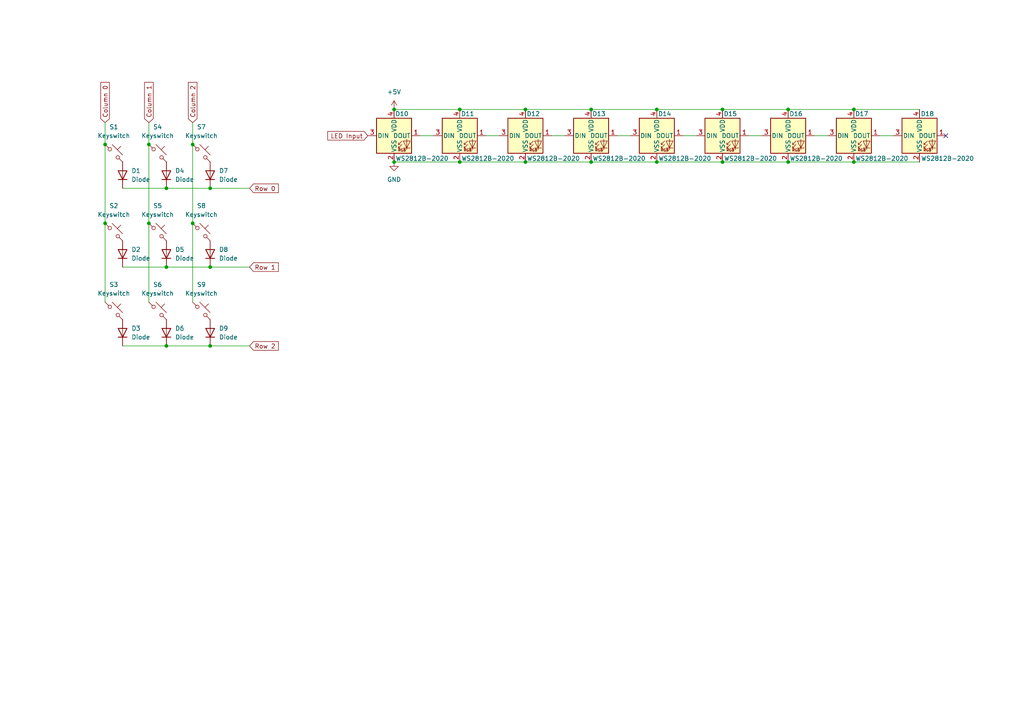
<source format=kicad_sch>
(kicad_sch
	(version 20231120)
	(generator "eeschema")
	(generator_version "8.0")
	(uuid "c687c8c0-a704-45a0-a2f6-12f27da370c2")
	(paper "A4")
	(lib_symbols
		(symbol "LED:WS2812B-2020"
			(pin_names
				(offset 0.254)
			)
			(exclude_from_sim no)
			(in_bom yes)
			(on_board yes)
			(property "Reference" "D"
				(at 5.08 5.715 0)
				(effects
					(font
						(size 1.27 1.27)
					)
					(justify right bottom)
				)
			)
			(property "Value" "WS2812B-2020"
				(at 1.27 -5.715 0)
				(effects
					(font
						(size 1.27 1.27)
					)
					(justify left top)
				)
			)
			(property "Footprint" "LED_SMD:LED_WS2812B-2020_PLCC4_2.0x2.0mm"
				(at 1.27 -7.62 0)
				(effects
					(font
						(size 1.27 1.27)
					)
					(justify left top)
					(hide yes)
				)
			)
			(property "Datasheet" "https://cdn-shop.adafruit.com/product-files/4684/4684_WS2812B-2020_V1.3_EN.pdf"
				(at 2.54 -9.525 0)
				(effects
					(font
						(size 1.27 1.27)
					)
					(justify left top)
					(hide yes)
				)
			)
			(property "Description" "RGB LED with integrated controller, 2.0 x 2.0 mm, 12 mA"
				(at 0 0 0)
				(effects
					(font
						(size 1.27 1.27)
					)
					(hide yes)
				)
			)
			(property "ki_keywords" "RGB LED NeoPixel Nano addressable"
				(at 0 0 0)
				(effects
					(font
						(size 1.27 1.27)
					)
					(hide yes)
				)
			)
			(property "ki_fp_filters" "LED*WS2812*-2020_PLCC4*"
				(at 0 0 0)
				(effects
					(font
						(size 1.27 1.27)
					)
					(hide yes)
				)
			)
			(symbol "WS2812B-2020_0_0"
				(text "RGB"
					(at 2.286 -4.191 0)
					(effects
						(font
							(size 0.762 0.762)
						)
					)
				)
			)
			(symbol "WS2812B-2020_0_1"
				(polyline
					(pts
						(xy 1.27 -3.556) (xy 1.778 -3.556)
					)
					(stroke
						(width 0)
						(type default)
					)
					(fill
						(type none)
					)
				)
				(polyline
					(pts
						(xy 1.27 -2.54) (xy 1.778 -2.54)
					)
					(stroke
						(width 0)
						(type default)
					)
					(fill
						(type none)
					)
				)
				(polyline
					(pts
						(xy 4.699 -3.556) (xy 2.667 -3.556)
					)
					(stroke
						(width 0)
						(type default)
					)
					(fill
						(type none)
					)
				)
				(polyline
					(pts
						(xy 2.286 -2.54) (xy 1.27 -3.556) (xy 1.27 -3.048)
					)
					(stroke
						(width 0)
						(type default)
					)
					(fill
						(type none)
					)
				)
				(polyline
					(pts
						(xy 2.286 -1.524) (xy 1.27 -2.54) (xy 1.27 -2.032)
					)
					(stroke
						(width 0)
						(type default)
					)
					(fill
						(type none)
					)
				)
				(polyline
					(pts
						(xy 3.683 -1.016) (xy 3.683 -3.556) (xy 3.683 -4.064)
					)
					(stroke
						(width 0)
						(type default)
					)
					(fill
						(type none)
					)
				)
				(polyline
					(pts
						(xy 4.699 -1.524) (xy 2.667 -1.524) (xy 3.683 -3.556) (xy 4.699 -1.524)
					)
					(stroke
						(width 0)
						(type default)
					)
					(fill
						(type none)
					)
				)
				(rectangle
					(start 5.08 5.08)
					(end -5.08 -5.08)
					(stroke
						(width 0.254)
						(type default)
					)
					(fill
						(type background)
					)
				)
			)
			(symbol "WS2812B-2020_1_1"
				(pin output line
					(at 7.62 0 180)
					(length 2.54)
					(name "DOUT"
						(effects
							(font
								(size 1.27 1.27)
							)
						)
					)
					(number "1"
						(effects
							(font
								(size 1.27 1.27)
							)
						)
					)
				)
				(pin power_in line
					(at 0 -7.62 90)
					(length 2.54)
					(name "VSS"
						(effects
							(font
								(size 1.27 1.27)
							)
						)
					)
					(number "2"
						(effects
							(font
								(size 1.27 1.27)
							)
						)
					)
				)
				(pin input line
					(at -7.62 0 0)
					(length 2.54)
					(name "DIN"
						(effects
							(font
								(size 1.27 1.27)
							)
						)
					)
					(number "3"
						(effects
							(font
								(size 1.27 1.27)
							)
						)
					)
				)
				(pin power_in line
					(at 0 7.62 270)
					(length 2.54)
					(name "VDD"
						(effects
							(font
								(size 1.27 1.27)
							)
						)
					)
					(number "4"
						(effects
							(font
								(size 1.27 1.27)
							)
						)
					)
				)
			)
		)
		(symbol "ScottoKeebs:Placeholder_Diode"
			(pin_numbers hide)
			(pin_names hide)
			(exclude_from_sim no)
			(in_bom yes)
			(on_board yes)
			(property "Reference" "D"
				(at 0 2.54 0)
				(effects
					(font
						(size 1.27 1.27)
					)
				)
			)
			(property "Value" "Diode"
				(at 0 -2.54 0)
				(effects
					(font
						(size 1.27 1.27)
					)
				)
			)
			(property "Footprint" ""
				(at 0 0 0)
				(effects
					(font
						(size 1.27 1.27)
					)
					(hide yes)
				)
			)
			(property "Datasheet" ""
				(at 0 0 0)
				(effects
					(font
						(size 1.27 1.27)
					)
					(hide yes)
				)
			)
			(property "Description" "1N4148 (DO-35) or 1N4148W (SOD-123)"
				(at 0 0 0)
				(effects
					(font
						(size 1.27 1.27)
					)
					(hide yes)
				)
			)
			(property "Sim.Device" "D"
				(at 0 0 0)
				(effects
					(font
						(size 1.27 1.27)
					)
					(hide yes)
				)
			)
			(property "Sim.Pins" "1=K 2=A"
				(at 0 0 0)
				(effects
					(font
						(size 1.27 1.27)
					)
					(hide yes)
				)
			)
			(property "ki_keywords" "diode"
				(at 0 0 0)
				(effects
					(font
						(size 1.27 1.27)
					)
					(hide yes)
				)
			)
			(property "ki_fp_filters" "D*DO?35*"
				(at 0 0 0)
				(effects
					(font
						(size 1.27 1.27)
					)
					(hide yes)
				)
			)
			(symbol "Placeholder_Diode_0_1"
				(polyline
					(pts
						(xy -1.27 1.27) (xy -1.27 -1.27)
					)
					(stroke
						(width 0.254)
						(type default)
					)
					(fill
						(type none)
					)
				)
				(polyline
					(pts
						(xy 1.27 0) (xy -1.27 0)
					)
					(stroke
						(width 0)
						(type default)
					)
					(fill
						(type none)
					)
				)
				(polyline
					(pts
						(xy 1.27 1.27) (xy 1.27 -1.27) (xy -1.27 0) (xy 1.27 1.27)
					)
					(stroke
						(width 0.254)
						(type default)
					)
					(fill
						(type none)
					)
				)
			)
			(symbol "Placeholder_Diode_1_1"
				(pin passive line
					(at -3.81 0 0)
					(length 2.54)
					(name "K"
						(effects
							(font
								(size 1.27 1.27)
							)
						)
					)
					(number "1"
						(effects
							(font
								(size 1.27 1.27)
							)
						)
					)
				)
				(pin passive line
					(at 3.81 0 180)
					(length 2.54)
					(name "A"
						(effects
							(font
								(size 1.27 1.27)
							)
						)
					)
					(number "2"
						(effects
							(font
								(size 1.27 1.27)
							)
						)
					)
				)
			)
		)
		(symbol "ScottoKeebs:Placeholder_Keyswitch"
			(pin_numbers hide)
			(pin_names
				(offset 1.016) hide)
			(exclude_from_sim no)
			(in_bom yes)
			(on_board yes)
			(property "Reference" "S"
				(at 3.048 1.016 0)
				(effects
					(font
						(size 1.27 1.27)
					)
					(justify left)
				)
			)
			(property "Value" "Keyswitch"
				(at 0 -3.81 0)
				(effects
					(font
						(size 1.27 1.27)
					)
				)
			)
			(property "Footprint" ""
				(at 0 0 0)
				(effects
					(font
						(size 1.27 1.27)
					)
					(hide yes)
				)
			)
			(property "Datasheet" "~"
				(at 0 0 0)
				(effects
					(font
						(size 1.27 1.27)
					)
					(hide yes)
				)
			)
			(property "Description" "Push button switch, normally open, two pins, 45° tilted"
				(at 0 0 0)
				(effects
					(font
						(size 1.27 1.27)
					)
					(hide yes)
				)
			)
			(property "ki_keywords" "switch normally-open pushbutton push-button"
				(at 0 0 0)
				(effects
					(font
						(size 1.27 1.27)
					)
					(hide yes)
				)
			)
			(symbol "Placeholder_Keyswitch_0_1"
				(circle
					(center -1.1684 1.1684)
					(radius 0.508)
					(stroke
						(width 0)
						(type default)
					)
					(fill
						(type none)
					)
				)
				(polyline
					(pts
						(xy -0.508 2.54) (xy 2.54 -0.508)
					)
					(stroke
						(width 0)
						(type default)
					)
					(fill
						(type none)
					)
				)
				(polyline
					(pts
						(xy 1.016 1.016) (xy 2.032 2.032)
					)
					(stroke
						(width 0)
						(type default)
					)
					(fill
						(type none)
					)
				)
				(polyline
					(pts
						(xy -2.54 2.54) (xy -1.524 1.524) (xy -1.524 1.524)
					)
					(stroke
						(width 0)
						(type default)
					)
					(fill
						(type none)
					)
				)
				(polyline
					(pts
						(xy 1.524 -1.524) (xy 2.54 -2.54) (xy 2.54 -2.54) (xy 2.54 -2.54)
					)
					(stroke
						(width 0)
						(type default)
					)
					(fill
						(type none)
					)
				)
				(circle
					(center 1.143 -1.1938)
					(radius 0.508)
					(stroke
						(width 0)
						(type default)
					)
					(fill
						(type none)
					)
				)
				(pin passive line
					(at -2.54 2.54 0)
					(length 0)
					(name "1"
						(effects
							(font
								(size 1.27 1.27)
							)
						)
					)
					(number "1"
						(effects
							(font
								(size 1.27 1.27)
							)
						)
					)
				)
				(pin passive line
					(at 2.54 -2.54 180)
					(length 0)
					(name "2"
						(effects
							(font
								(size 1.27 1.27)
							)
						)
					)
					(number "2"
						(effects
							(font
								(size 1.27 1.27)
							)
						)
					)
				)
			)
		)
		(symbol "power:+5V"
			(power)
			(pin_numbers hide)
			(pin_names
				(offset 0) hide)
			(exclude_from_sim no)
			(in_bom yes)
			(on_board yes)
			(property "Reference" "#PWR"
				(at 0 -3.81 0)
				(effects
					(font
						(size 1.27 1.27)
					)
					(hide yes)
				)
			)
			(property "Value" "+5V"
				(at 0 3.556 0)
				(effects
					(font
						(size 1.27 1.27)
					)
				)
			)
			(property "Footprint" ""
				(at 0 0 0)
				(effects
					(font
						(size 1.27 1.27)
					)
					(hide yes)
				)
			)
			(property "Datasheet" ""
				(at 0 0 0)
				(effects
					(font
						(size 1.27 1.27)
					)
					(hide yes)
				)
			)
			(property "Description" "Power symbol creates a global label with name \"+5V\""
				(at 0 0 0)
				(effects
					(font
						(size 1.27 1.27)
					)
					(hide yes)
				)
			)
			(property "ki_keywords" "global power"
				(at 0 0 0)
				(effects
					(font
						(size 1.27 1.27)
					)
					(hide yes)
				)
			)
			(symbol "+5V_0_1"
				(polyline
					(pts
						(xy -0.762 1.27) (xy 0 2.54)
					)
					(stroke
						(width 0)
						(type default)
					)
					(fill
						(type none)
					)
				)
				(polyline
					(pts
						(xy 0 0) (xy 0 2.54)
					)
					(stroke
						(width 0)
						(type default)
					)
					(fill
						(type none)
					)
				)
				(polyline
					(pts
						(xy 0 2.54) (xy 0.762 1.27)
					)
					(stroke
						(width 0)
						(type default)
					)
					(fill
						(type none)
					)
				)
			)
			(symbol "+5V_1_1"
				(pin power_in line
					(at 0 0 90)
					(length 0)
					(name "~"
						(effects
							(font
								(size 1.27 1.27)
							)
						)
					)
					(number "1"
						(effects
							(font
								(size 1.27 1.27)
							)
						)
					)
				)
			)
		)
		(symbol "power:GND"
			(power)
			(pin_numbers hide)
			(pin_names
				(offset 0) hide)
			(exclude_from_sim no)
			(in_bom yes)
			(on_board yes)
			(property "Reference" "#PWR"
				(at 0 -6.35 0)
				(effects
					(font
						(size 1.27 1.27)
					)
					(hide yes)
				)
			)
			(property "Value" "GND"
				(at 0 -3.81 0)
				(effects
					(font
						(size 1.27 1.27)
					)
				)
			)
			(property "Footprint" ""
				(at 0 0 0)
				(effects
					(font
						(size 1.27 1.27)
					)
					(hide yes)
				)
			)
			(property "Datasheet" ""
				(at 0 0 0)
				(effects
					(font
						(size 1.27 1.27)
					)
					(hide yes)
				)
			)
			(property "Description" "Power symbol creates a global label with name \"GND\" , ground"
				(at 0 0 0)
				(effects
					(font
						(size 1.27 1.27)
					)
					(hide yes)
				)
			)
			(property "ki_keywords" "global power"
				(at 0 0 0)
				(effects
					(font
						(size 1.27 1.27)
					)
					(hide yes)
				)
			)
			(symbol "GND_0_1"
				(polyline
					(pts
						(xy 0 0) (xy 0 -1.27) (xy 1.27 -1.27) (xy 0 -2.54) (xy -1.27 -1.27) (xy 0 -1.27)
					)
					(stroke
						(width 0)
						(type default)
					)
					(fill
						(type none)
					)
				)
			)
			(symbol "GND_1_1"
				(pin power_in line
					(at 0 0 270)
					(length 0)
					(name "~"
						(effects
							(font
								(size 1.27 1.27)
							)
						)
					)
					(number "1"
						(effects
							(font
								(size 1.27 1.27)
							)
						)
					)
				)
			)
		)
	)
	(junction
		(at 30.48 41.91)
		(diameter 0)
		(color 0 0 0 0)
		(uuid "05a61745-4415-4e37-8328-b9723f23820c")
	)
	(junction
		(at 209.55 31.75)
		(diameter 0)
		(color 0 0 0 0)
		(uuid "0991703f-5c15-4dcd-9158-f3bfe8f891cb")
	)
	(junction
		(at 55.88 41.91)
		(diameter 0)
		(color 0 0 0 0)
		(uuid "0fcb8340-67fb-4b60-bf2c-bf019c7beded")
	)
	(junction
		(at 43.18 41.91)
		(diameter 0)
		(color 0 0 0 0)
		(uuid "10e44e0c-cde8-4b7e-a1a6-10d283c13ffc")
	)
	(junction
		(at 114.3 46.99)
		(diameter 0)
		(color 0 0 0 0)
		(uuid "208d834f-d235-492b-861c-116aa3b1a4cb")
	)
	(junction
		(at 48.26 54.61)
		(diameter 0)
		(color 0 0 0 0)
		(uuid "28fabc8f-ad90-435d-a9b9-24ea19f7b549")
	)
	(junction
		(at 133.35 46.99)
		(diameter 0)
		(color 0 0 0 0)
		(uuid "2a77465c-937f-473a-828e-5b3c2bd8fc8f")
	)
	(junction
		(at 114.3 31.75)
		(diameter 0)
		(color 0 0 0 0)
		(uuid "2e285259-4acd-4b26-8998-92756fd0a347")
	)
	(junction
		(at 171.45 46.99)
		(diameter 0)
		(color 0 0 0 0)
		(uuid "31e85c7e-c7ec-4a03-9bce-89501d1d31d5")
	)
	(junction
		(at 152.4 31.75)
		(diameter 0)
		(color 0 0 0 0)
		(uuid "382332db-26d2-4dc4-bd52-ee90642c3fc2")
	)
	(junction
		(at 60.96 100.33)
		(diameter 0)
		(color 0 0 0 0)
		(uuid "443627df-05e5-4178-8ebb-cb87c1c49313")
	)
	(junction
		(at 228.6 46.99)
		(diameter 0)
		(color 0 0 0 0)
		(uuid "5072d685-1979-47c1-93d9-957bb75eb6f1")
	)
	(junction
		(at 48.26 100.33)
		(diameter 0)
		(color 0 0 0 0)
		(uuid "5eb117fa-69d4-4675-99eb-0636b924916e")
	)
	(junction
		(at 228.6 31.75)
		(diameter 0)
		(color 0 0 0 0)
		(uuid "60dfe121-f603-49f9-ae08-9c5e6aa1e71f")
	)
	(junction
		(at 30.48 64.77)
		(diameter 0)
		(color 0 0 0 0)
		(uuid "73297894-e5a2-4daf-a98d-69b2866645a2")
	)
	(junction
		(at 247.65 46.99)
		(diameter 0)
		(color 0 0 0 0)
		(uuid "7db65418-ae83-467f-83a7-a28ec2a2c8cd")
	)
	(junction
		(at 190.5 46.99)
		(diameter 0)
		(color 0 0 0 0)
		(uuid "7ff6183f-1480-4ec4-bb50-bd701959afb1")
	)
	(junction
		(at 60.96 77.47)
		(diameter 0)
		(color 0 0 0 0)
		(uuid "83b3cdc6-1b99-46db-85d0-bdfab5f732be")
	)
	(junction
		(at 152.4 46.99)
		(diameter 0)
		(color 0 0 0 0)
		(uuid "8d7d4c93-4029-4617-9531-4a9ae5a834b5")
	)
	(junction
		(at 209.55 46.99)
		(diameter 0)
		(color 0 0 0 0)
		(uuid "8dbb5432-9e22-4b30-9299-192787119bfc")
	)
	(junction
		(at 55.88 64.77)
		(diameter 0)
		(color 0 0 0 0)
		(uuid "9c818f52-695a-4612-aeeb-eac57d158fc9")
	)
	(junction
		(at 133.35 31.75)
		(diameter 0)
		(color 0 0 0 0)
		(uuid "ae0de136-f369-4a13-ac13-95949b86f134")
	)
	(junction
		(at 190.5 31.75)
		(diameter 0)
		(color 0 0 0 0)
		(uuid "ae556274-5ffa-4278-9696-36963a915f0a")
	)
	(junction
		(at 60.96 54.61)
		(diameter 0)
		(color 0 0 0 0)
		(uuid "c09fe0bc-6e85-4a59-9ed5-a56144e3cfff")
	)
	(junction
		(at 43.18 64.77)
		(diameter 0)
		(color 0 0 0 0)
		(uuid "d33f886f-8669-4131-b38f-bfe749c38a3f")
	)
	(junction
		(at 171.45 31.75)
		(diameter 0)
		(color 0 0 0 0)
		(uuid "e024a6ca-a93d-4e6d-972c-f2e51b17e5df")
	)
	(junction
		(at 247.65 31.75)
		(diameter 0)
		(color 0 0 0 0)
		(uuid "ee30a2d1-2e64-4b11-8049-7e546681c203")
	)
	(junction
		(at 48.26 77.47)
		(diameter 0)
		(color 0 0 0 0)
		(uuid "f2d524d8-954f-4ef6-ba14-883c7eecb5f9")
	)
	(no_connect
		(at 274.32 39.37)
		(uuid "33575d2f-82bc-4620-a099-b64fbbc43bd0")
	)
	(wire
		(pts
			(xy 255.27 39.37) (xy 259.08 39.37)
		)
		(stroke
			(width 0)
			(type default)
		)
		(uuid "07056d06-dd90-47c1-96c1-c6870bca3591")
	)
	(wire
		(pts
			(xy 48.26 54.61) (xy 60.96 54.61)
		)
		(stroke
			(width 0)
			(type default)
		)
		(uuid "16c7a5cb-9ae3-43e8-b053-df98087a7024")
	)
	(wire
		(pts
			(xy 60.96 54.61) (xy 72.39 54.61)
		)
		(stroke
			(width 0)
			(type default)
		)
		(uuid "1b8de679-ce3a-4bbe-a014-d0760bc77eb1")
	)
	(wire
		(pts
			(xy 209.55 31.75) (xy 228.6 31.75)
		)
		(stroke
			(width 0)
			(type default)
		)
		(uuid "1e908bf3-0667-4aa1-a071-8799ec145466")
	)
	(wire
		(pts
			(xy 152.4 31.75) (xy 171.45 31.75)
		)
		(stroke
			(width 0)
			(type default)
		)
		(uuid "2c1c8a28-3963-47be-9c8c-1a78c721fb12")
	)
	(wire
		(pts
			(xy 30.48 64.77) (xy 30.48 87.63)
		)
		(stroke
			(width 0)
			(type default)
		)
		(uuid "37453e75-f0c2-43da-8a21-2ffead84d4e9")
	)
	(wire
		(pts
			(xy 55.88 64.77) (xy 55.88 87.63)
		)
		(stroke
			(width 0)
			(type default)
		)
		(uuid "38ca17b6-7eed-4a94-8314-0467be992422")
	)
	(wire
		(pts
			(xy 171.45 46.99) (xy 190.5 46.99)
		)
		(stroke
			(width 0)
			(type default)
		)
		(uuid "3e9c99c7-da71-4add-843e-4e22d25fa1e7")
	)
	(wire
		(pts
			(xy 140.97 39.37) (xy 144.78 39.37)
		)
		(stroke
			(width 0)
			(type default)
		)
		(uuid "47692f3f-61ac-480c-a398-226e0d60452f")
	)
	(wire
		(pts
			(xy 35.56 54.61) (xy 48.26 54.61)
		)
		(stroke
			(width 0)
			(type default)
		)
		(uuid "4a5e4c9e-5b7f-4c72-b7ea-38f9a4a43ab2")
	)
	(wire
		(pts
			(xy 171.45 31.75) (xy 190.5 31.75)
		)
		(stroke
			(width 0)
			(type default)
		)
		(uuid "52a8774e-06c3-4b71-8c2c-abe94fee25c5")
	)
	(wire
		(pts
			(xy 114.3 31.75) (xy 133.35 31.75)
		)
		(stroke
			(width 0)
			(type default)
		)
		(uuid "57d97264-0632-4b17-8475-90456097806d")
	)
	(wire
		(pts
			(xy 35.56 100.33) (xy 48.26 100.33)
		)
		(stroke
			(width 0)
			(type default)
		)
		(uuid "58adf9ce-d566-4c9f-bff0-2a7562afa25c")
	)
	(wire
		(pts
			(xy 217.17 39.37) (xy 220.98 39.37)
		)
		(stroke
			(width 0)
			(type default)
		)
		(uuid "5cb09a2b-4bab-410a-ab26-5f3075b65526")
	)
	(wire
		(pts
			(xy 198.12 39.37) (xy 201.93 39.37)
		)
		(stroke
			(width 0)
			(type default)
		)
		(uuid "5ebe9c34-a30c-47f4-8634-2895c613ecd5")
	)
	(wire
		(pts
			(xy 43.18 41.91) (xy 43.18 64.77)
		)
		(stroke
			(width 0)
			(type default)
		)
		(uuid "62266076-40e7-4de3-9da7-330c7a8b6638")
	)
	(wire
		(pts
			(xy 60.96 100.33) (xy 72.39 100.33)
		)
		(stroke
			(width 0)
			(type default)
		)
		(uuid "66b7ae89-62e3-4857-ae76-abbb979ea597")
	)
	(wire
		(pts
			(xy 209.55 46.99) (xy 228.6 46.99)
		)
		(stroke
			(width 0)
			(type default)
		)
		(uuid "68b2b97c-f075-485f-aaad-e529a002262e")
	)
	(wire
		(pts
			(xy 228.6 31.75) (xy 247.65 31.75)
		)
		(stroke
			(width 0)
			(type default)
		)
		(uuid "78158c13-a54a-4baa-8cf5-21d7f8d7cbf1")
	)
	(wire
		(pts
			(xy 30.48 41.91) (xy 30.48 64.77)
		)
		(stroke
			(width 0)
			(type default)
		)
		(uuid "7d4693cf-8227-4f25-9e9e-ab5ccc306029")
	)
	(wire
		(pts
			(xy 152.4 46.99) (xy 171.45 46.99)
		)
		(stroke
			(width 0)
			(type default)
		)
		(uuid "7d94e196-2f0b-4361-911a-5ff127347615")
	)
	(wire
		(pts
			(xy 55.88 35.56) (xy 55.88 41.91)
		)
		(stroke
			(width 0)
			(type default)
		)
		(uuid "7f801c0b-4f9e-495a-b303-46bfb7b56058")
	)
	(wire
		(pts
			(xy 179.07 39.37) (xy 182.88 39.37)
		)
		(stroke
			(width 0)
			(type default)
		)
		(uuid "8094a67c-aeea-47dd-9d75-e90874f54ddb")
	)
	(wire
		(pts
			(xy 133.35 31.75) (xy 152.4 31.75)
		)
		(stroke
			(width 0)
			(type default)
		)
		(uuid "834db0a4-221e-4938-aa15-a4d48762a31a")
	)
	(wire
		(pts
			(xy 190.5 31.75) (xy 209.55 31.75)
		)
		(stroke
			(width 0)
			(type default)
		)
		(uuid "8aec65e1-5992-4077-8f04-940676df713b")
	)
	(wire
		(pts
			(xy 55.88 41.91) (xy 55.88 64.77)
		)
		(stroke
			(width 0)
			(type default)
		)
		(uuid "a941bce5-7d0c-4b71-ba08-dcab1334b604")
	)
	(wire
		(pts
			(xy 30.48 35.56) (xy 30.48 41.91)
		)
		(stroke
			(width 0)
			(type default)
		)
		(uuid "b0985df6-03bf-4efe-a4dd-f8a4a3a1c9ca")
	)
	(wire
		(pts
			(xy 228.6 46.99) (xy 247.65 46.99)
		)
		(stroke
			(width 0)
			(type default)
		)
		(uuid "b203169c-7c89-46e2-bf62-88750aca1913")
	)
	(wire
		(pts
			(xy 114.3 46.99) (xy 133.35 46.99)
		)
		(stroke
			(width 0)
			(type default)
		)
		(uuid "b78f780b-f8e8-4363-8e57-3c6a861ce4cd")
	)
	(wire
		(pts
			(xy 190.5 46.99) (xy 209.55 46.99)
		)
		(stroke
			(width 0)
			(type default)
		)
		(uuid "baaaa2c7-646c-4efa-8673-523bfd716cac")
	)
	(wire
		(pts
			(xy 247.65 46.99) (xy 266.7 46.99)
		)
		(stroke
			(width 0)
			(type default)
		)
		(uuid "bdd0a660-c44e-4153-ad62-591aa2826195")
	)
	(wire
		(pts
			(xy 236.22 39.37) (xy 240.03 39.37)
		)
		(stroke
			(width 0)
			(type default)
		)
		(uuid "c62f34f6-fe7e-426d-9b4b-6475b503e28d")
	)
	(wire
		(pts
			(xy 35.56 77.47) (xy 48.26 77.47)
		)
		(stroke
			(width 0)
			(type default)
		)
		(uuid "c6599718-95b2-494b-b359-2fac36aef322")
	)
	(wire
		(pts
			(xy 121.92 39.37) (xy 125.73 39.37)
		)
		(stroke
			(width 0)
			(type default)
		)
		(uuid "c7f44ed9-f0f2-4360-9ced-407128584cbe")
	)
	(wire
		(pts
			(xy 133.35 46.99) (xy 152.4 46.99)
		)
		(stroke
			(width 0)
			(type default)
		)
		(uuid "c8d9035a-810b-4c31-b25c-99b044325a25")
	)
	(wire
		(pts
			(xy 247.65 31.75) (xy 266.7 31.75)
		)
		(stroke
			(width 0)
			(type default)
		)
		(uuid "c8e3db23-8c5f-4757-b14b-37583aac4bc4")
	)
	(wire
		(pts
			(xy 48.26 100.33) (xy 60.96 100.33)
		)
		(stroke
			(width 0)
			(type default)
		)
		(uuid "cbe9be51-e233-4d07-954a-7f53091bb0e8")
	)
	(wire
		(pts
			(xy 43.18 35.56) (xy 43.18 41.91)
		)
		(stroke
			(width 0)
			(type default)
		)
		(uuid "cd2a895e-1aa0-47c8-ac70-3202d431cff4")
	)
	(wire
		(pts
			(xy 48.26 77.47) (xy 60.96 77.47)
		)
		(stroke
			(width 0)
			(type default)
		)
		(uuid "d014ddb3-592c-415f-8108-74dfee670ee0")
	)
	(wire
		(pts
			(xy 160.02 39.37) (xy 163.83 39.37)
		)
		(stroke
			(width 0)
			(type default)
		)
		(uuid "d1e6111c-a316-4e00-8d35-3208803de89c")
	)
	(wire
		(pts
			(xy 60.96 77.47) (xy 72.39 77.47)
		)
		(stroke
			(width 0)
			(type default)
		)
		(uuid "df719160-8e5f-46ec-99c3-4eb701f09287")
	)
	(wire
		(pts
			(xy 43.18 64.77) (xy 43.18 87.63)
		)
		(stroke
			(width 0)
			(type default)
		)
		(uuid "f8270622-8fa8-4e4f-8c2f-c44806d8ac24")
	)
	(global_label "Row 0"
		(shape input)
		(at 72.39 54.61 0)
		(fields_autoplaced yes)
		(effects
			(font
				(size 1.27 1.27)
			)
			(justify left)
		)
		(uuid "14cdcae0-9e95-45d5-821d-0d71dcdb7a76")
		(property "Intersheetrefs" "${INTERSHEET_REFS}"
			(at 81.3018 54.61 0)
			(effects
				(font
					(size 1.27 1.27)
				)
				(justify left)
				(hide yes)
			)
		)
	)
	(global_label "Row 1"
		(shape input)
		(at 72.39 77.47 0)
		(fields_autoplaced yes)
		(effects
			(font
				(size 1.27 1.27)
			)
			(justify left)
		)
		(uuid "2800e66b-f391-44ed-97c1-32a340b35570")
		(property "Intersheetrefs" "${INTERSHEET_REFS}"
			(at 81.3018 77.47 0)
			(effects
				(font
					(size 1.27 1.27)
				)
				(justify left)
				(hide yes)
			)
		)
	)
	(global_label "Column 2"
		(shape input)
		(at 55.88 35.56 90)
		(fields_autoplaced yes)
		(effects
			(font
				(size 1.27 1.27)
			)
			(justify left)
		)
		(uuid "32d79fbe-933c-4e80-8466-a00dafdd2545")
		(property "Intersheetrefs" "${INTERSHEET_REFS}"
			(at 55.88 23.3222 90)
			(effects
				(font
					(size 1.27 1.27)
				)
				(justify left)
				(hide yes)
			)
		)
	)
	(global_label "Column 0"
		(shape input)
		(at 30.48 35.56 90)
		(fields_autoplaced yes)
		(effects
			(font
				(size 1.27 1.27)
			)
			(justify left)
		)
		(uuid "5661301f-58e5-4ea5-8bdb-3b1706066727")
		(property "Intersheetrefs" "${INTERSHEET_REFS}"
			(at 30.48 23.3222 90)
			(effects
				(font
					(size 1.27 1.27)
				)
				(justify left)
				(hide yes)
			)
		)
	)
	(global_label "LED Input"
		(shape input)
		(at 106.68 39.37 180)
		(fields_autoplaced yes)
		(effects
			(font
				(size 1.27 1.27)
			)
			(justify right)
		)
		(uuid "64fbb245-186e-4276-a3d1-80657af043b9")
		(property "Intersheetrefs" "${INTERSHEET_REFS}"
			(at 94.5026 39.37 0)
			(effects
				(font
					(size 1.27 1.27)
				)
				(justify right)
				(hide yes)
			)
		)
	)
	(global_label "Row 2"
		(shape input)
		(at 72.39 100.33 0)
		(fields_autoplaced yes)
		(effects
			(font
				(size 1.27 1.27)
			)
			(justify left)
		)
		(uuid "8cc40630-89c8-4106-978b-e5c6fb22dc78")
		(property "Intersheetrefs" "${INTERSHEET_REFS}"
			(at 81.3018 100.33 0)
			(effects
				(font
					(size 1.27 1.27)
				)
				(justify left)
				(hide yes)
			)
		)
	)
	(global_label "Column 1"
		(shape input)
		(at 43.18 35.56 90)
		(fields_autoplaced yes)
		(effects
			(font
				(size 1.27 1.27)
			)
			(justify left)
		)
		(uuid "dceaa8e6-a83d-4ee6-8c08-949417ef82e0")
		(property "Intersheetrefs" "${INTERSHEET_REFS}"
			(at 43.18 23.3222 90)
			(effects
				(font
					(size 1.27 1.27)
				)
				(justify left)
				(hide yes)
			)
		)
	)
	(symbol
		(lib_id "LED:WS2812B-2020")
		(at 228.6 39.37 0)
		(unit 1)
		(exclude_from_sim no)
		(in_bom yes)
		(on_board yes)
		(dnp no)
		(uuid "0e306829-b15e-4c62-832e-af13ba2a0bed")
		(property "Reference" "D16"
			(at 230.886 33.02 0)
			(effects
				(font
					(size 1.27 1.27)
				)
			)
		)
		(property "Value" "WS2812B-2020"
			(at 236.728 45.974 0)
			(effects
				(font
					(size 1.27 1.27)
				)
			)
		)
		(property "Footprint" "LED_SMD:LED_WS2812B-2020_PLCC4_2.0x2.0mm"
			(at 229.87 46.99 0)
			(effects
				(font
					(size 1.27 1.27)
				)
				(justify left top)
				(hide yes)
			)
		)
		(property "Datasheet" "https://cdn-shop.adafruit.com/product-files/4684/4684_WS2812B-2020_V1.3_EN.pdf"
			(at 231.14 48.895 0)
			(effects
				(font
					(size 1.27 1.27)
				)
				(justify left top)
				(hide yes)
			)
		)
		(property "Description" "RGB LED with integrated controller, 2.0 x 2.0 mm, 12 mA"
			(at 228.6 39.37 0)
			(effects
				(font
					(size 1.27 1.27)
				)
				(hide yes)
			)
		)
		(pin "3"
			(uuid "283823a0-0172-43ff-8ad4-6fa20c760c3a")
		)
		(pin "2"
			(uuid "1241b110-ec8b-4880-b647-834130fe9f2c")
		)
		(pin "4"
			(uuid "0f8c35d0-a3dd-4fda-a4b8-f1f0c2f99c63")
		)
		(pin "1"
			(uuid "28db975f-a250-47d4-b85a-4c7f38e571f4")
		)
		(instances
			(project "MACROPAD"
				(path "/7ab8ba5b-47b0-433d-b4df-c107ac17d390/3dbcbf91-9302-4944-bb5e-faae69e9ceea"
					(reference "D16")
					(unit 1)
				)
			)
		)
	)
	(symbol
		(lib_id "ScottoKeebs:Placeholder_Diode")
		(at 35.56 73.66 90)
		(unit 1)
		(exclude_from_sim no)
		(in_bom yes)
		(on_board yes)
		(dnp no)
		(fields_autoplaced yes)
		(uuid "153d3dea-3133-4039-a912-ee098358ed09")
		(property "Reference" "D2"
			(at 38.1 72.3899 90)
			(effects
				(font
					(size 1.27 1.27)
				)
				(justify right)
			)
		)
		(property "Value" "Diode"
			(at 38.1 74.9299 90)
			(effects
				(font
					(size 1.27 1.27)
				)
				(justify right)
			)
		)
		(property "Footprint" "ScottoKeebs_Components:Diode_SOD-123"
			(at 35.56 73.66 0)
			(effects
				(font
					(size 1.27 1.27)
				)
				(hide yes)
			)
		)
		(property "Datasheet" ""
			(at 35.56 73.66 0)
			(effects
				(font
					(size 1.27 1.27)
				)
				(hide yes)
			)
		)
		(property "Description" "1N4148 (DO-35) or 1N4148W (SOD-123)"
			(at 35.56 73.66 0)
			(effects
				(font
					(size 1.27 1.27)
				)
				(hide yes)
			)
		)
		(property "Sim.Device" "D"
			(at 35.56 73.66 0)
			(effects
				(font
					(size 1.27 1.27)
				)
				(hide yes)
			)
		)
		(property "Sim.Pins" "1=K 2=A"
			(at 35.56 73.66 0)
			(effects
				(font
					(size 1.27 1.27)
				)
				(hide yes)
			)
		)
		(pin "1"
			(uuid "76e35a7a-3e43-43e4-be29-f10a116a9efc")
		)
		(pin "2"
			(uuid "0b183231-2605-4579-b740-4d43ddb804c9")
		)
		(instances
			(project "MACROPAD"
				(path "/7ab8ba5b-47b0-433d-b4df-c107ac17d390/3dbcbf91-9302-4944-bb5e-faae69e9ceea"
					(reference "D2")
					(unit 1)
				)
			)
		)
	)
	(symbol
		(lib_id "ScottoKeebs:Placeholder_Keyswitch")
		(at 33.02 90.17 0)
		(unit 1)
		(exclude_from_sim no)
		(in_bom yes)
		(on_board yes)
		(dnp no)
		(fields_autoplaced yes)
		(uuid "32d1e8a4-ec5b-4bee-aed8-842793023f95")
		(property "Reference" "S3"
			(at 33.02 82.55 0)
			(effects
				(font
					(size 1.27 1.27)
				)
			)
		)
		(property "Value" "Keyswitch"
			(at 33.02 85.09 0)
			(effects
				(font
					(size 1.27 1.27)
				)
			)
		)
		(property "Footprint" "ScottoKeebs_Hotswap:Hotswap_Choc_V1_Plated_1.00u"
			(at 33.02 90.17 0)
			(effects
				(font
					(size 1.27 1.27)
				)
				(hide yes)
			)
		)
		(property "Datasheet" "~"
			(at 33.02 90.17 0)
			(effects
				(font
					(size 1.27 1.27)
				)
				(hide yes)
			)
		)
		(property "Description" "Push button switch, normally open, two pins, 45° tilted"
			(at 33.02 90.17 0)
			(effects
				(font
					(size 1.27 1.27)
				)
				(hide yes)
			)
		)
		(pin "1"
			(uuid "3d67058b-7629-451b-b594-5dba52ea49aa")
		)
		(pin "2"
			(uuid "d986e9ef-4d72-4e5d-b27c-cda93f0852f0")
		)
		(instances
			(project "MACROPAD"
				(path "/7ab8ba5b-47b0-433d-b4df-c107ac17d390/3dbcbf91-9302-4944-bb5e-faae69e9ceea"
					(reference "S3")
					(unit 1)
				)
			)
		)
	)
	(symbol
		(lib_id "ScottoKeebs:Placeholder_Keyswitch")
		(at 45.72 67.31 0)
		(unit 1)
		(exclude_from_sim no)
		(in_bom yes)
		(on_board yes)
		(dnp no)
		(fields_autoplaced yes)
		(uuid "37e7b85b-7662-4131-a0be-5b0eb3bda047")
		(property "Reference" "S5"
			(at 45.72 59.69 0)
			(effects
				(font
					(size 1.27 1.27)
				)
			)
		)
		(property "Value" "Keyswitch"
			(at 45.72 62.23 0)
			(effects
				(font
					(size 1.27 1.27)
				)
			)
		)
		(property "Footprint" "ScottoKeebs_Hotswap:Hotswap_Choc_V1_Plated_1.00u"
			(at 45.72 67.31 0)
			(effects
				(font
					(size 1.27 1.27)
				)
				(hide yes)
			)
		)
		(property "Datasheet" "~"
			(at 45.72 67.31 0)
			(effects
				(font
					(size 1.27 1.27)
				)
				(hide yes)
			)
		)
		(property "Description" "Push button switch, normally open, two pins, 45° tilted"
			(at 45.72 67.31 0)
			(effects
				(font
					(size 1.27 1.27)
				)
				(hide yes)
			)
		)
		(pin "1"
			(uuid "efc37c87-606f-4dc8-bfb2-fe26fa4e892c")
		)
		(pin "2"
			(uuid "dda91768-d6bb-4f7a-b2fd-cf84984e3d20")
		)
		(instances
			(project "MACROPAD"
				(path "/7ab8ba5b-47b0-433d-b4df-c107ac17d390/3dbcbf91-9302-4944-bb5e-faae69e9ceea"
					(reference "S5")
					(unit 1)
				)
			)
		)
	)
	(symbol
		(lib_id "ScottoKeebs:Placeholder_Keyswitch")
		(at 33.02 67.31 0)
		(unit 1)
		(exclude_from_sim no)
		(in_bom yes)
		(on_board yes)
		(dnp no)
		(fields_autoplaced yes)
		(uuid "3b494a1c-7c3c-4e27-bdae-d6e1c5cd40bc")
		(property "Reference" "S2"
			(at 33.02 59.69 0)
			(effects
				(font
					(size 1.27 1.27)
				)
			)
		)
		(property "Value" "Keyswitch"
			(at 33.02 62.23 0)
			(effects
				(font
					(size 1.27 1.27)
				)
			)
		)
		(property "Footprint" "ScottoKeebs_Hotswap:Hotswap_Choc_V1_Plated_1.00u"
			(at 33.02 67.31 0)
			(effects
				(font
					(size 1.27 1.27)
				)
				(hide yes)
			)
		)
		(property "Datasheet" "~"
			(at 33.02 67.31 0)
			(effects
				(font
					(size 1.27 1.27)
				)
				(hide yes)
			)
		)
		(property "Description" "Push button switch, normally open, two pins, 45° tilted"
			(at 33.02 67.31 0)
			(effects
				(font
					(size 1.27 1.27)
				)
				(hide yes)
			)
		)
		(pin "1"
			(uuid "2ad18c27-e5ab-4299-983b-1a99c6d96460")
		)
		(pin "2"
			(uuid "0460a5e5-c214-4da9-84b6-f74b45bd6cc4")
		)
		(instances
			(project "MACROPAD"
				(path "/7ab8ba5b-47b0-433d-b4df-c107ac17d390/3dbcbf91-9302-4944-bb5e-faae69e9ceea"
					(reference "S2")
					(unit 1)
				)
			)
		)
	)
	(symbol
		(lib_id "LED:WS2812B-2020")
		(at 171.45 39.37 0)
		(unit 1)
		(exclude_from_sim no)
		(in_bom yes)
		(on_board yes)
		(dnp no)
		(uuid "50c5d502-a927-4d9b-8d14-c3f94594d955")
		(property "Reference" "D13"
			(at 173.736 33.02 0)
			(effects
				(font
					(size 1.27 1.27)
				)
			)
		)
		(property "Value" "WS2812B-2020"
			(at 179.578 45.974 0)
			(effects
				(font
					(size 1.27 1.27)
				)
			)
		)
		(property "Footprint" "LED_SMD:LED_WS2812B-2020_PLCC4_2.0x2.0mm"
			(at 172.72 46.99 0)
			(effects
				(font
					(size 1.27 1.27)
				)
				(justify left top)
				(hide yes)
			)
		)
		(property "Datasheet" "https://cdn-shop.adafruit.com/product-files/4684/4684_WS2812B-2020_V1.3_EN.pdf"
			(at 173.99 48.895 0)
			(effects
				(font
					(size 1.27 1.27)
				)
				(justify left top)
				(hide yes)
			)
		)
		(property "Description" "RGB LED with integrated controller, 2.0 x 2.0 mm, 12 mA"
			(at 171.45 39.37 0)
			(effects
				(font
					(size 1.27 1.27)
				)
				(hide yes)
			)
		)
		(pin "3"
			(uuid "170ba555-3de8-4817-b8de-6e65354d9eae")
		)
		(pin "2"
			(uuid "5ae9dcd4-3a93-40ca-96cd-8e8d564120da")
		)
		(pin "4"
			(uuid "613e4216-8f54-4050-9835-120dfa1b9fd5")
		)
		(pin "1"
			(uuid "b513cb27-be5e-47d4-87bc-f1821e66f149")
		)
		(instances
			(project "MACROPAD"
				(path "/7ab8ba5b-47b0-433d-b4df-c107ac17d390/3dbcbf91-9302-4944-bb5e-faae69e9ceea"
					(reference "D13")
					(unit 1)
				)
			)
		)
	)
	(symbol
		(lib_id "ScottoKeebs:Placeholder_Keyswitch")
		(at 45.72 90.17 0)
		(unit 1)
		(exclude_from_sim no)
		(in_bom yes)
		(on_board yes)
		(dnp no)
		(fields_autoplaced yes)
		(uuid "59c536ff-1309-49d6-8ffe-872112a786df")
		(property "Reference" "S6"
			(at 45.72 82.55 0)
			(effects
				(font
					(size 1.27 1.27)
				)
			)
		)
		(property "Value" "Keyswitch"
			(at 45.72 85.09 0)
			(effects
				(font
					(size 1.27 1.27)
				)
			)
		)
		(property "Footprint" "ScottoKeebs_Hotswap:Hotswap_Choc_V1_Plated_1.00u"
			(at 45.72 90.17 0)
			(effects
				(font
					(size 1.27 1.27)
				)
				(hide yes)
			)
		)
		(property "Datasheet" "~"
			(at 45.72 90.17 0)
			(effects
				(font
					(size 1.27 1.27)
				)
				(hide yes)
			)
		)
		(property "Description" "Push button switch, normally open, two pins, 45° tilted"
			(at 45.72 90.17 0)
			(effects
				(font
					(size 1.27 1.27)
				)
				(hide yes)
			)
		)
		(pin "1"
			(uuid "f155f64c-f15e-4314-b4c5-9544411df0af")
		)
		(pin "2"
			(uuid "8c296082-8a00-436c-9ac0-096d854da7f7")
		)
		(instances
			(project "MACROPAD"
				(path "/7ab8ba5b-47b0-433d-b4df-c107ac17d390/3dbcbf91-9302-4944-bb5e-faae69e9ceea"
					(reference "S6")
					(unit 1)
				)
			)
		)
	)
	(symbol
		(lib_id "ScottoKeebs:Placeholder_Diode")
		(at 48.26 50.8 90)
		(unit 1)
		(exclude_from_sim no)
		(in_bom yes)
		(on_board yes)
		(dnp no)
		(fields_autoplaced yes)
		(uuid "5b684657-9d9b-4249-80f9-015be64abf9c")
		(property "Reference" "D4"
			(at 50.8 49.5299 90)
			(effects
				(font
					(size 1.27 1.27)
				)
				(justify right)
			)
		)
		(property "Value" "Diode"
			(at 50.8 52.0699 90)
			(effects
				(font
					(size 1.27 1.27)
				)
				(justify right)
			)
		)
		(property "Footprint" "ScottoKeebs_Components:Diode_SOD-123"
			(at 48.26 50.8 0)
			(effects
				(font
					(size 1.27 1.27)
				)
				(hide yes)
			)
		)
		(property "Datasheet" ""
			(at 48.26 50.8 0)
			(effects
				(font
					(size 1.27 1.27)
				)
				(hide yes)
			)
		)
		(property "Description" "1N4148 (DO-35) or 1N4148W (SOD-123)"
			(at 48.26 50.8 0)
			(effects
				(font
					(size 1.27 1.27)
				)
				(hide yes)
			)
		)
		(property "Sim.Device" "D"
			(at 48.26 50.8 0)
			(effects
				(font
					(size 1.27 1.27)
				)
				(hide yes)
			)
		)
		(property "Sim.Pins" "1=K 2=A"
			(at 48.26 50.8 0)
			(effects
				(font
					(size 1.27 1.27)
				)
				(hide yes)
			)
		)
		(pin "1"
			(uuid "33ec35be-9c4f-4418-aa6e-dd3990db7e9a")
		)
		(pin "2"
			(uuid "45df4356-e70e-45cc-b514-a4fe662bb0cd")
		)
		(instances
			(project "MACROPAD"
				(path "/7ab8ba5b-47b0-433d-b4df-c107ac17d390/3dbcbf91-9302-4944-bb5e-faae69e9ceea"
					(reference "D4")
					(unit 1)
				)
			)
		)
	)
	(symbol
		(lib_id "ScottoKeebs:Placeholder_Diode")
		(at 60.96 73.66 90)
		(unit 1)
		(exclude_from_sim no)
		(in_bom yes)
		(on_board yes)
		(dnp no)
		(fields_autoplaced yes)
		(uuid "5e9726b2-4ccf-492b-bb6f-7b68dbbeb943")
		(property "Reference" "D8"
			(at 63.5 72.3899 90)
			(effects
				(font
					(size 1.27 1.27)
				)
				(justify right)
			)
		)
		(property "Value" "Diode"
			(at 63.5 74.9299 90)
			(effects
				(font
					(size 1.27 1.27)
				)
				(justify right)
			)
		)
		(property "Footprint" "ScottoKeebs_Components:Diode_SOD-123"
			(at 60.96 73.66 0)
			(effects
				(font
					(size 1.27 1.27)
				)
				(hide yes)
			)
		)
		(property "Datasheet" ""
			(at 60.96 73.66 0)
			(effects
				(font
					(size 1.27 1.27)
				)
				(hide yes)
			)
		)
		(property "Description" "1N4148 (DO-35) or 1N4148W (SOD-123)"
			(at 60.96 73.66 0)
			(effects
				(font
					(size 1.27 1.27)
				)
				(hide yes)
			)
		)
		(property "Sim.Device" "D"
			(at 60.96 73.66 0)
			(effects
				(font
					(size 1.27 1.27)
				)
				(hide yes)
			)
		)
		(property "Sim.Pins" "1=K 2=A"
			(at 60.96 73.66 0)
			(effects
				(font
					(size 1.27 1.27)
				)
				(hide yes)
			)
		)
		(pin "1"
			(uuid "6b7969e3-ca9b-4896-a9aa-5a2b5ee1a924")
		)
		(pin "2"
			(uuid "a5f736f9-bb8c-4eaf-8b7f-a9827ccd2427")
		)
		(instances
			(project "MACROPAD"
				(path "/7ab8ba5b-47b0-433d-b4df-c107ac17d390/3dbcbf91-9302-4944-bb5e-faae69e9ceea"
					(reference "D8")
					(unit 1)
				)
			)
		)
	)
	(symbol
		(lib_id "ScottoKeebs:Placeholder_Keyswitch")
		(at 58.42 90.17 0)
		(unit 1)
		(exclude_from_sim no)
		(in_bom yes)
		(on_board yes)
		(dnp no)
		(fields_autoplaced yes)
		(uuid "6e1fc72c-346d-4f61-9b97-1192dfc0f181")
		(property "Reference" "S9"
			(at 58.42 82.55 0)
			(effects
				(font
					(size 1.27 1.27)
				)
			)
		)
		(property "Value" "Keyswitch"
			(at 58.42 85.09 0)
			(effects
				(font
					(size 1.27 1.27)
				)
			)
		)
		(property "Footprint" "ScottoKeebs_Hotswap:Hotswap_Choc_V1_Plated_1.00u"
			(at 58.42 90.17 0)
			(effects
				(font
					(size 1.27 1.27)
				)
				(hide yes)
			)
		)
		(property "Datasheet" "~"
			(at 58.42 90.17 0)
			(effects
				(font
					(size 1.27 1.27)
				)
				(hide yes)
			)
		)
		(property "Description" "Push button switch, normally open, two pins, 45° tilted"
			(at 58.42 90.17 0)
			(effects
				(font
					(size 1.27 1.27)
				)
				(hide yes)
			)
		)
		(pin "1"
			(uuid "58597887-368b-4dcc-8ba0-636a4f2bb661")
		)
		(pin "2"
			(uuid "09e021f0-f9ea-4f63-977e-475213b548e0")
		)
		(instances
			(project "MACROPAD"
				(path "/7ab8ba5b-47b0-433d-b4df-c107ac17d390/3dbcbf91-9302-4944-bb5e-faae69e9ceea"
					(reference "S9")
					(unit 1)
				)
			)
		)
	)
	(symbol
		(lib_id "ScottoKeebs:Placeholder_Diode")
		(at 60.96 50.8 90)
		(unit 1)
		(exclude_from_sim no)
		(in_bom yes)
		(on_board yes)
		(dnp no)
		(fields_autoplaced yes)
		(uuid "6ff81559-f4df-498b-b8f2-11012957689b")
		(property "Reference" "D7"
			(at 63.5 49.5299 90)
			(effects
				(font
					(size 1.27 1.27)
				)
				(justify right)
			)
		)
		(property "Value" "Diode"
			(at 63.5 52.0699 90)
			(effects
				(font
					(size 1.27 1.27)
				)
				(justify right)
			)
		)
		(property "Footprint" "ScottoKeebs_Components:Diode_SOD-123"
			(at 60.96 50.8 0)
			(effects
				(font
					(size 1.27 1.27)
				)
				(hide yes)
			)
		)
		(property "Datasheet" ""
			(at 60.96 50.8 0)
			(effects
				(font
					(size 1.27 1.27)
				)
				(hide yes)
			)
		)
		(property "Description" "1N4148 (DO-35) or 1N4148W (SOD-123)"
			(at 60.96 50.8 0)
			(effects
				(font
					(size 1.27 1.27)
				)
				(hide yes)
			)
		)
		(property "Sim.Device" "D"
			(at 60.96 50.8 0)
			(effects
				(font
					(size 1.27 1.27)
				)
				(hide yes)
			)
		)
		(property "Sim.Pins" "1=K 2=A"
			(at 60.96 50.8 0)
			(effects
				(font
					(size 1.27 1.27)
				)
				(hide yes)
			)
		)
		(pin "1"
			(uuid "8988337a-211d-43ef-95c9-e5a8cee5d0a4")
		)
		(pin "2"
			(uuid "7a94c1c7-5c2c-4d24-9e06-10ee9a60615a")
		)
		(instances
			(project "MACROPAD"
				(path "/7ab8ba5b-47b0-433d-b4df-c107ac17d390/3dbcbf91-9302-4944-bb5e-faae69e9ceea"
					(reference "D7")
					(unit 1)
				)
			)
		)
	)
	(symbol
		(lib_id "LED:WS2812B-2020")
		(at 152.4 39.37 0)
		(unit 1)
		(exclude_from_sim no)
		(in_bom yes)
		(on_board yes)
		(dnp no)
		(uuid "716dfaf8-36d4-40f3-b9f3-5490f3420128")
		(property "Reference" "D12"
			(at 154.686 33.02 0)
			(effects
				(font
					(size 1.27 1.27)
				)
			)
		)
		(property "Value" "WS2812B-2020"
			(at 160.528 45.974 0)
			(effects
				(font
					(size 1.27 1.27)
				)
			)
		)
		(property "Footprint" "LED_SMD:LED_WS2812B-2020_PLCC4_2.0x2.0mm"
			(at 153.67 46.99 0)
			(effects
				(font
					(size 1.27 1.27)
				)
				(justify left top)
				(hide yes)
			)
		)
		(property "Datasheet" "https://cdn-shop.adafruit.com/product-files/4684/4684_WS2812B-2020_V1.3_EN.pdf"
			(at 154.94 48.895 0)
			(effects
				(font
					(size 1.27 1.27)
				)
				(justify left top)
				(hide yes)
			)
		)
		(property "Description" "RGB LED with integrated controller, 2.0 x 2.0 mm, 12 mA"
			(at 152.4 39.37 0)
			(effects
				(font
					(size 1.27 1.27)
				)
				(hide yes)
			)
		)
		(pin "3"
			(uuid "3679fb6e-fe23-4308-8ff0-1799a547fec1")
		)
		(pin "2"
			(uuid "6ca97f89-9490-46db-9f7f-275596699fd4")
		)
		(pin "4"
			(uuid "b65a3d3a-5e04-4a31-9db5-2cb79a4ae92c")
		)
		(pin "1"
			(uuid "090e7776-9aac-43f7-af49-f63fb44d386f")
		)
		(instances
			(project "MACROPAD"
				(path "/7ab8ba5b-47b0-433d-b4df-c107ac17d390/3dbcbf91-9302-4944-bb5e-faae69e9ceea"
					(reference "D12")
					(unit 1)
				)
			)
		)
	)
	(symbol
		(lib_id "ScottoKeebs:Placeholder_Diode")
		(at 35.56 50.8 90)
		(unit 1)
		(exclude_from_sim no)
		(in_bom yes)
		(on_board yes)
		(dnp no)
		(fields_autoplaced yes)
		(uuid "7bcfc807-bddf-4db4-ac91-ae762e76d481")
		(property "Reference" "D1"
			(at 38.1 49.5299 90)
			(effects
				(font
					(size 1.27 1.27)
				)
				(justify right)
			)
		)
		(property "Value" "Diode"
			(at 38.1 52.0699 90)
			(effects
				(font
					(size 1.27 1.27)
				)
				(justify right)
			)
		)
		(property "Footprint" "ScottoKeebs_Components:Diode_SOD-123"
			(at 35.56 50.8 0)
			(effects
				(font
					(size 1.27 1.27)
				)
				(hide yes)
			)
		)
		(property "Datasheet" ""
			(at 35.56 50.8 0)
			(effects
				(font
					(size 1.27 1.27)
				)
				(hide yes)
			)
		)
		(property "Description" "1N4148 (DO-35) or 1N4148W (SOD-123)"
			(at 35.56 50.8 0)
			(effects
				(font
					(size 1.27 1.27)
				)
				(hide yes)
			)
		)
		(property "Sim.Device" "D"
			(at 35.56 50.8 0)
			(effects
				(font
					(size 1.27 1.27)
				)
				(hide yes)
			)
		)
		(property "Sim.Pins" "1=K 2=A"
			(at 35.56 50.8 0)
			(effects
				(font
					(size 1.27 1.27)
				)
				(hide yes)
			)
		)
		(pin "1"
			(uuid "966355cb-c8b2-41c0-aa3b-8ec394e7661a")
		)
		(pin "2"
			(uuid "4034725b-23ac-4046-b5cc-b3f4428af1dd")
		)
		(instances
			(project "MACROPAD"
				(path "/7ab8ba5b-47b0-433d-b4df-c107ac17d390/3dbcbf91-9302-4944-bb5e-faae69e9ceea"
					(reference "D1")
					(unit 1)
				)
			)
		)
	)
	(symbol
		(lib_id "ScottoKeebs:Placeholder_Keyswitch")
		(at 58.42 67.31 0)
		(unit 1)
		(exclude_from_sim no)
		(in_bom yes)
		(on_board yes)
		(dnp no)
		(fields_autoplaced yes)
		(uuid "83ad37aa-dd8b-49e0-b163-17878d2f3b93")
		(property "Reference" "S8"
			(at 58.42 59.69 0)
			(effects
				(font
					(size 1.27 1.27)
				)
			)
		)
		(property "Value" "Keyswitch"
			(at 58.42 62.23 0)
			(effects
				(font
					(size 1.27 1.27)
				)
			)
		)
		(property "Footprint" "ScottoKeebs_Hotswap:Hotswap_Choc_V1_Plated_1.00u"
			(at 58.42 67.31 0)
			(effects
				(font
					(size 1.27 1.27)
				)
				(hide yes)
			)
		)
		(property "Datasheet" "~"
			(at 58.42 67.31 0)
			(effects
				(font
					(size 1.27 1.27)
				)
				(hide yes)
			)
		)
		(property "Description" "Push button switch, normally open, two pins, 45° tilted"
			(at 58.42 67.31 0)
			(effects
				(font
					(size 1.27 1.27)
				)
				(hide yes)
			)
		)
		(pin "1"
			(uuid "cfd75c24-daf4-4d73-9514-cf78cde8e97c")
		)
		(pin "2"
			(uuid "521a8272-8435-4346-b4f9-ccba45eab1d2")
		)
		(instances
			(project "MACROPAD"
				(path "/7ab8ba5b-47b0-433d-b4df-c107ac17d390/3dbcbf91-9302-4944-bb5e-faae69e9ceea"
					(reference "S8")
					(unit 1)
				)
			)
		)
	)
	(symbol
		(lib_id "LED:WS2812B-2020")
		(at 209.55 39.37 0)
		(unit 1)
		(exclude_from_sim no)
		(in_bom yes)
		(on_board yes)
		(dnp no)
		(uuid "845a7993-60f9-4817-a09e-afb101c0d6cb")
		(property "Reference" "D15"
			(at 211.836 33.02 0)
			(effects
				(font
					(size 1.27 1.27)
				)
			)
		)
		(property "Value" "WS2812B-2020"
			(at 217.678 45.974 0)
			(effects
				(font
					(size 1.27 1.27)
				)
			)
		)
		(property "Footprint" "LED_SMD:LED_WS2812B-2020_PLCC4_2.0x2.0mm"
			(at 210.82 46.99 0)
			(effects
				(font
					(size 1.27 1.27)
				)
				(justify left top)
				(hide yes)
			)
		)
		(property "Datasheet" "https://cdn-shop.adafruit.com/product-files/4684/4684_WS2812B-2020_V1.3_EN.pdf"
			(at 212.09 48.895 0)
			(effects
				(font
					(size 1.27 1.27)
				)
				(justify left top)
				(hide yes)
			)
		)
		(property "Description" "RGB LED with integrated controller, 2.0 x 2.0 mm, 12 mA"
			(at 209.55 39.37 0)
			(effects
				(font
					(size 1.27 1.27)
				)
				(hide yes)
			)
		)
		(pin "3"
			(uuid "380cc487-ab13-4edc-9d38-c44210a381dc")
		)
		(pin "2"
			(uuid "df0ec62c-2873-4914-85de-3524ad625951")
		)
		(pin "4"
			(uuid "63d4b3e8-3389-4577-90f0-37236e46b4a5")
		)
		(pin "1"
			(uuid "fa19aa5a-72fc-40e2-8594-774cb86e8e9d")
		)
		(instances
			(project "MACROPAD"
				(path "/7ab8ba5b-47b0-433d-b4df-c107ac17d390/3dbcbf91-9302-4944-bb5e-faae69e9ceea"
					(reference "D15")
					(unit 1)
				)
			)
		)
	)
	(symbol
		(lib_id "LED:WS2812B-2020")
		(at 266.7 39.37 0)
		(unit 1)
		(exclude_from_sim no)
		(in_bom yes)
		(on_board yes)
		(dnp no)
		(uuid "8986e66d-0d9b-48ca-8907-7e980302447a")
		(property "Reference" "D18"
			(at 268.986 33.02 0)
			(effects
				(font
					(size 1.27 1.27)
				)
			)
		)
		(property "Value" "WS2812B-2020"
			(at 274.828 45.974 0)
			(effects
				(font
					(size 1.27 1.27)
				)
			)
		)
		(property "Footprint" "LED_SMD:LED_WS2812B-2020_PLCC4_2.0x2.0mm"
			(at 267.97 46.99 0)
			(effects
				(font
					(size 1.27 1.27)
				)
				(justify left top)
				(hide yes)
			)
		)
		(property "Datasheet" "https://cdn-shop.adafruit.com/product-files/4684/4684_WS2812B-2020_V1.3_EN.pdf"
			(at 269.24 48.895 0)
			(effects
				(font
					(size 1.27 1.27)
				)
				(justify left top)
				(hide yes)
			)
		)
		(property "Description" "RGB LED with integrated controller, 2.0 x 2.0 mm, 12 mA"
			(at 266.7 39.37 0)
			(effects
				(font
					(size 1.27 1.27)
				)
				(hide yes)
			)
		)
		(pin "3"
			(uuid "2ce6d40b-da1f-48db-86c1-6663ef389219")
		)
		(pin "2"
			(uuid "17e928db-1918-4901-baec-a9039e940287")
		)
		(pin "4"
			(uuid "221e07ab-3a34-4b11-94b9-bcb35718e2d7")
		)
		(pin "1"
			(uuid "6e3f0a6f-a3a9-4a83-bee8-a4df41f304ed")
		)
		(instances
			(project "MACROPAD"
				(path "/7ab8ba5b-47b0-433d-b4df-c107ac17d390/3dbcbf91-9302-4944-bb5e-faae69e9ceea"
					(reference "D18")
					(unit 1)
				)
			)
		)
	)
	(symbol
		(lib_id "power:GND")
		(at 114.3 46.99 0)
		(unit 1)
		(exclude_from_sim no)
		(in_bom yes)
		(on_board yes)
		(dnp no)
		(fields_autoplaced yes)
		(uuid "9629a71e-9f56-4920-b2f9-bb457a292545")
		(property "Reference" "#PWR018"
			(at 114.3 53.34 0)
			(effects
				(font
					(size 1.27 1.27)
				)
				(hide yes)
			)
		)
		(property "Value" "GND"
			(at 114.3 52.07 0)
			(effects
				(font
					(size 1.27 1.27)
				)
			)
		)
		(property "Footprint" ""
			(at 114.3 46.99 0)
			(effects
				(font
					(size 1.27 1.27)
				)
				(hide yes)
			)
		)
		(property "Datasheet" ""
			(at 114.3 46.99 0)
			(effects
				(font
					(size 1.27 1.27)
				)
				(hide yes)
			)
		)
		(property "Description" "Power symbol creates a global label with name \"GND\" , ground"
			(at 114.3 46.99 0)
			(effects
				(font
					(size 1.27 1.27)
				)
				(hide yes)
			)
		)
		(pin "1"
			(uuid "aa339c54-bf92-4bb7-8c2f-1986bbfd9204")
		)
		(instances
			(project ""
				(path "/7ab8ba5b-47b0-433d-b4df-c107ac17d390/3dbcbf91-9302-4944-bb5e-faae69e9ceea"
					(reference "#PWR018")
					(unit 1)
				)
			)
		)
	)
	(symbol
		(lib_id "ScottoKeebs:Placeholder_Diode")
		(at 48.26 73.66 90)
		(unit 1)
		(exclude_from_sim no)
		(in_bom yes)
		(on_board yes)
		(dnp no)
		(fields_autoplaced yes)
		(uuid "9ced9d50-bb0e-418c-96c8-f87ce34fb523")
		(property "Reference" "D5"
			(at 50.8 72.3899 90)
			(effects
				(font
					(size 1.27 1.27)
				)
				(justify right)
			)
		)
		(property "Value" "Diode"
			(at 50.8 74.9299 90)
			(effects
				(font
					(size 1.27 1.27)
				)
				(justify right)
			)
		)
		(property "Footprint" "ScottoKeebs_Components:Diode_SOD-123"
			(at 48.26 73.66 0)
			(effects
				(font
					(size 1.27 1.27)
				)
				(hide yes)
			)
		)
		(property "Datasheet" ""
			(at 48.26 73.66 0)
			(effects
				(font
					(size 1.27 1.27)
				)
				(hide yes)
			)
		)
		(property "Description" "1N4148 (DO-35) or 1N4148W (SOD-123)"
			(at 48.26 73.66 0)
			(effects
				(font
					(size 1.27 1.27)
				)
				(hide yes)
			)
		)
		(property "Sim.Device" "D"
			(at 48.26 73.66 0)
			(effects
				(font
					(size 1.27 1.27)
				)
				(hide yes)
			)
		)
		(property "Sim.Pins" "1=K 2=A"
			(at 48.26 73.66 0)
			(effects
				(font
					(size 1.27 1.27)
				)
				(hide yes)
			)
		)
		(pin "1"
			(uuid "3e44dc4d-ac57-4812-8a53-a97f610000d5")
		)
		(pin "2"
			(uuid "d952e143-3837-4477-a6cc-915098cd65dc")
		)
		(instances
			(project "MACROPAD"
				(path "/7ab8ba5b-47b0-433d-b4df-c107ac17d390/3dbcbf91-9302-4944-bb5e-faae69e9ceea"
					(reference "D5")
					(unit 1)
				)
			)
		)
	)
	(symbol
		(lib_id "LED:WS2812B-2020")
		(at 190.5 39.37 0)
		(unit 1)
		(exclude_from_sim no)
		(in_bom yes)
		(on_board yes)
		(dnp no)
		(uuid "aa42ad6b-c56f-47ab-9e74-c0f9a3e4d028")
		(property "Reference" "D14"
			(at 192.786 33.02 0)
			(effects
				(font
					(size 1.27 1.27)
				)
			)
		)
		(property "Value" "WS2812B-2020"
			(at 198.628 45.974 0)
			(effects
				(font
					(size 1.27 1.27)
				)
			)
		)
		(property "Footprint" "LED_SMD:LED_WS2812B-2020_PLCC4_2.0x2.0mm"
			(at 191.77 46.99 0)
			(effects
				(font
					(size 1.27 1.27)
				)
				(justify left top)
				(hide yes)
			)
		)
		(property "Datasheet" "https://cdn-shop.adafruit.com/product-files/4684/4684_WS2812B-2020_V1.3_EN.pdf"
			(at 193.04 48.895 0)
			(effects
				(font
					(size 1.27 1.27)
				)
				(justify left top)
				(hide yes)
			)
		)
		(property "Description" "RGB LED with integrated controller, 2.0 x 2.0 mm, 12 mA"
			(at 190.5 39.37 0)
			(effects
				(font
					(size 1.27 1.27)
				)
				(hide yes)
			)
		)
		(pin "3"
			(uuid "96d1463e-5a10-43c8-b68a-7f81a46970ca")
		)
		(pin "2"
			(uuid "e0a001e8-8f4a-4868-9697-a2da31b44fd9")
		)
		(pin "4"
			(uuid "5540d9dd-74f5-4bde-b9ec-a1486f431ddf")
		)
		(pin "1"
			(uuid "ba2da4c6-f11d-422f-a14e-7b3ea764b96e")
		)
		(instances
			(project "MACROPAD"
				(path "/7ab8ba5b-47b0-433d-b4df-c107ac17d390/3dbcbf91-9302-4944-bb5e-faae69e9ceea"
					(reference "D14")
					(unit 1)
				)
			)
		)
	)
	(symbol
		(lib_id "ScottoKeebs:Placeholder_Keyswitch")
		(at 58.42 44.45 0)
		(unit 1)
		(exclude_from_sim no)
		(in_bom yes)
		(on_board yes)
		(dnp no)
		(fields_autoplaced yes)
		(uuid "ac8e1818-463f-4ead-bb70-6708e24dac9c")
		(property "Reference" "S7"
			(at 58.42 36.83 0)
			(effects
				(font
					(size 1.27 1.27)
				)
			)
		)
		(property "Value" "Keyswitch"
			(at 58.42 39.37 0)
			(effects
				(font
					(size 1.27 1.27)
				)
			)
		)
		(property "Footprint" "ScottoKeebs_Hotswap:Hotswap_Choc_V1_Plated_1.00u"
			(at 58.42 44.45 0)
			(effects
				(font
					(size 1.27 1.27)
				)
				(hide yes)
			)
		)
		(property "Datasheet" "~"
			(at 58.42 44.45 0)
			(effects
				(font
					(size 1.27 1.27)
				)
				(hide yes)
			)
		)
		(property "Description" "Push button switch, normally open, two pins, 45° tilted"
			(at 58.42 44.45 0)
			(effects
				(font
					(size 1.27 1.27)
				)
				(hide yes)
			)
		)
		(pin "1"
			(uuid "74d11b86-e409-42d1-8e55-91e163783307")
		)
		(pin "2"
			(uuid "8ce02981-3690-4955-915b-7a1703aa39d7")
		)
		(instances
			(project "MACROPAD"
				(path "/7ab8ba5b-47b0-433d-b4df-c107ac17d390/3dbcbf91-9302-4944-bb5e-faae69e9ceea"
					(reference "S7")
					(unit 1)
				)
			)
		)
	)
	(symbol
		(lib_id "ScottoKeebs:Placeholder_Diode")
		(at 48.26 96.52 90)
		(unit 1)
		(exclude_from_sim no)
		(in_bom yes)
		(on_board yes)
		(dnp no)
		(fields_autoplaced yes)
		(uuid "b22914ff-380b-4b0c-a342-c6d5bc3d8ba8")
		(property "Reference" "D6"
			(at 50.8 95.2499 90)
			(effects
				(font
					(size 1.27 1.27)
				)
				(justify right)
			)
		)
		(property "Value" "Diode"
			(at 50.8 97.7899 90)
			(effects
				(font
					(size 1.27 1.27)
				)
				(justify right)
			)
		)
		(property "Footprint" "ScottoKeebs_Components:Diode_SOD-123"
			(at 48.26 96.52 0)
			(effects
				(font
					(size 1.27 1.27)
				)
				(hide yes)
			)
		)
		(property "Datasheet" ""
			(at 48.26 96.52 0)
			(effects
				(font
					(size 1.27 1.27)
				)
				(hide yes)
			)
		)
		(property "Description" "1N4148 (DO-35) or 1N4148W (SOD-123)"
			(at 48.26 96.52 0)
			(effects
				(font
					(size 1.27 1.27)
				)
				(hide yes)
			)
		)
		(property "Sim.Device" "D"
			(at 48.26 96.52 0)
			(effects
				(font
					(size 1.27 1.27)
				)
				(hide yes)
			)
		)
		(property "Sim.Pins" "1=K 2=A"
			(at 48.26 96.52 0)
			(effects
				(font
					(size 1.27 1.27)
				)
				(hide yes)
			)
		)
		(pin "1"
			(uuid "ab4b43e3-d494-4f7d-887f-097676edb413")
		)
		(pin "2"
			(uuid "d4587747-fc70-418c-840a-0a4e00ce381c")
		)
		(instances
			(project "MACROPAD"
				(path "/7ab8ba5b-47b0-433d-b4df-c107ac17d390/3dbcbf91-9302-4944-bb5e-faae69e9ceea"
					(reference "D6")
					(unit 1)
				)
			)
		)
	)
	(symbol
		(lib_id "ScottoKeebs:Placeholder_Keyswitch")
		(at 33.02 44.45 0)
		(unit 1)
		(exclude_from_sim no)
		(in_bom yes)
		(on_board yes)
		(dnp no)
		(fields_autoplaced yes)
		(uuid "b3bf99ab-8706-4f59-849c-bdd4ee53613c")
		(property "Reference" "S1"
			(at 33.02 36.83 0)
			(effects
				(font
					(size 1.27 1.27)
				)
			)
		)
		(property "Value" "Keyswitch"
			(at 33.02 39.37 0)
			(effects
				(font
					(size 1.27 1.27)
				)
			)
		)
		(property "Footprint" "ScottoKeebs_Hotswap:Hotswap_Choc_V1_Plated_1.00u"
			(at 33.02 44.45 0)
			(effects
				(font
					(size 1.27 1.27)
				)
				(hide yes)
			)
		)
		(property "Datasheet" "~"
			(at 33.02 44.45 0)
			(effects
				(font
					(size 1.27 1.27)
				)
				(hide yes)
			)
		)
		(property "Description" "Push button switch, normally open, two pins, 45° tilted"
			(at 33.02 44.45 0)
			(effects
				(font
					(size 1.27 1.27)
				)
				(hide yes)
			)
		)
		(pin "1"
			(uuid "c67bd8c7-cd31-4848-9d3d-0d439949b9b0")
		)
		(pin "2"
			(uuid "fee5a421-83af-4334-aeb4-979ed7398c39")
		)
		(instances
			(project "MACROPAD"
				(path "/7ab8ba5b-47b0-433d-b4df-c107ac17d390/3dbcbf91-9302-4944-bb5e-faae69e9ceea"
					(reference "S1")
					(unit 1)
				)
			)
		)
	)
	(symbol
		(lib_id "ScottoKeebs:Placeholder_Diode")
		(at 60.96 96.52 90)
		(unit 1)
		(exclude_from_sim no)
		(in_bom yes)
		(on_board yes)
		(dnp no)
		(fields_autoplaced yes)
		(uuid "b95d42a3-683e-4a92-8d11-e14779f4e735")
		(property "Reference" "D9"
			(at 63.5 95.2499 90)
			(effects
				(font
					(size 1.27 1.27)
				)
				(justify right)
			)
		)
		(property "Value" "Diode"
			(at 63.5 97.7899 90)
			(effects
				(font
					(size 1.27 1.27)
				)
				(justify right)
			)
		)
		(property "Footprint" "ScottoKeebs_Components:Diode_SOD-123"
			(at 60.96 96.52 0)
			(effects
				(font
					(size 1.27 1.27)
				)
				(hide yes)
			)
		)
		(property "Datasheet" ""
			(at 60.96 96.52 0)
			(effects
				(font
					(size 1.27 1.27)
				)
				(hide yes)
			)
		)
		(property "Description" "1N4148 (DO-35) or 1N4148W (SOD-123)"
			(at 60.96 96.52 0)
			(effects
				(font
					(size 1.27 1.27)
				)
				(hide yes)
			)
		)
		(property "Sim.Device" "D"
			(at 60.96 96.52 0)
			(effects
				(font
					(size 1.27 1.27)
				)
				(hide yes)
			)
		)
		(property "Sim.Pins" "1=K 2=A"
			(at 60.96 96.52 0)
			(effects
				(font
					(size 1.27 1.27)
				)
				(hide yes)
			)
		)
		(pin "1"
			(uuid "a1cfbc90-4caa-407f-8ea6-f382095a37c9")
		)
		(pin "2"
			(uuid "fbc12cb2-66f2-43d9-8e2e-31f90e517325")
		)
		(instances
			(project "MACROPAD"
				(path "/7ab8ba5b-47b0-433d-b4df-c107ac17d390/3dbcbf91-9302-4944-bb5e-faae69e9ceea"
					(reference "D9")
					(unit 1)
				)
			)
		)
	)
	(symbol
		(lib_id "LED:WS2812B-2020")
		(at 114.3 39.37 0)
		(unit 1)
		(exclude_from_sim no)
		(in_bom yes)
		(on_board yes)
		(dnp no)
		(uuid "ccbe2c5e-0d6e-42c8-a57d-cd808d448070")
		(property "Reference" "D10"
			(at 116.586 33.02 0)
			(effects
				(font
					(size 1.27 1.27)
				)
			)
		)
		(property "Value" "WS2812B-2020"
			(at 122.428 45.974 0)
			(effects
				(font
					(size 1.27 1.27)
				)
			)
		)
		(property "Footprint" "LED_SMD:LED_WS2812B-2020_PLCC4_2.0x2.0mm"
			(at 115.57 46.99 0)
			(effects
				(font
					(size 1.27 1.27)
				)
				(justify left top)
				(hide yes)
			)
		)
		(property "Datasheet" "https://cdn-shop.adafruit.com/product-files/4684/4684_WS2812B-2020_V1.3_EN.pdf"
			(at 116.84 48.895 0)
			(effects
				(font
					(size 1.27 1.27)
				)
				(justify left top)
				(hide yes)
			)
		)
		(property "Description" "RGB LED with integrated controller, 2.0 x 2.0 mm, 12 mA"
			(at 114.3 39.37 0)
			(effects
				(font
					(size 1.27 1.27)
				)
				(hide yes)
			)
		)
		(pin "3"
			(uuid "d8d76022-9f91-4942-a98e-d63864942a18")
		)
		(pin "2"
			(uuid "5c0229ea-0613-41e8-bbb3-13c978893913")
		)
		(pin "4"
			(uuid "1d11e7b2-15a2-43c4-b5ec-467cd5a3e625")
		)
		(pin "1"
			(uuid "a3997776-4bb5-4479-9727-cf9c397e1d9a")
		)
		(instances
			(project ""
				(path "/7ab8ba5b-47b0-433d-b4df-c107ac17d390/3dbcbf91-9302-4944-bb5e-faae69e9ceea"
					(reference "D10")
					(unit 1)
				)
			)
		)
	)
	(symbol
		(lib_id "LED:WS2812B-2020")
		(at 133.35 39.37 0)
		(unit 1)
		(exclude_from_sim no)
		(in_bom yes)
		(on_board yes)
		(dnp no)
		(uuid "cde88b50-9504-42e6-aa60-c97c38d1fa01")
		(property "Reference" "D11"
			(at 135.636 33.02 0)
			(effects
				(font
					(size 1.27 1.27)
				)
			)
		)
		(property "Value" "WS2812B-2020"
			(at 141.478 45.974 0)
			(effects
				(font
					(size 1.27 1.27)
				)
			)
		)
		(property "Footprint" "LED_SMD:LED_WS2812B-2020_PLCC4_2.0x2.0mm"
			(at 134.62 46.99 0)
			(effects
				(font
					(size 1.27 1.27)
				)
				(justify left top)
				(hide yes)
			)
		)
		(property "Datasheet" "https://cdn-shop.adafruit.com/product-files/4684/4684_WS2812B-2020_V1.3_EN.pdf"
			(at 135.89 48.895 0)
			(effects
				(font
					(size 1.27 1.27)
				)
				(justify left top)
				(hide yes)
			)
		)
		(property "Description" "RGB LED with integrated controller, 2.0 x 2.0 mm, 12 mA"
			(at 133.35 39.37 0)
			(effects
				(font
					(size 1.27 1.27)
				)
				(hide yes)
			)
		)
		(pin "3"
			(uuid "15d45e13-ea50-41cf-b9de-e886bdd43064")
		)
		(pin "2"
			(uuid "66bebaed-0910-4f08-8a9f-e50ce4342ec7")
		)
		(pin "4"
			(uuid "f73ff16f-c257-4cfb-a674-3f67026105ff")
		)
		(pin "1"
			(uuid "a3e0b19c-6012-4919-8567-adb1768601b0")
		)
		(instances
			(project "MACROPAD"
				(path "/7ab8ba5b-47b0-433d-b4df-c107ac17d390/3dbcbf91-9302-4944-bb5e-faae69e9ceea"
					(reference "D11")
					(unit 1)
				)
			)
		)
	)
	(symbol
		(lib_id "ScottoKeebs:Placeholder_Keyswitch")
		(at 45.72 44.45 0)
		(unit 1)
		(exclude_from_sim no)
		(in_bom yes)
		(on_board yes)
		(dnp no)
		(fields_autoplaced yes)
		(uuid "e4b2dd44-02c6-4db2-840e-56b5f50c0121")
		(property "Reference" "S4"
			(at 45.72 36.83 0)
			(effects
				(font
					(size 1.27 1.27)
				)
			)
		)
		(property "Value" "Keyswitch"
			(at 45.72 39.37 0)
			(effects
				(font
					(size 1.27 1.27)
				)
			)
		)
		(property "Footprint" "ScottoKeebs_Hotswap:Hotswap_Choc_V1_Plated_1.00u"
			(at 45.72 44.45 0)
			(effects
				(font
					(size 1.27 1.27)
				)
				(hide yes)
			)
		)
		(property "Datasheet" "~"
			(at 45.72 44.45 0)
			(effects
				(font
					(size 1.27 1.27)
				)
				(hide yes)
			)
		)
		(property "Description" "Push button switch, normally open, two pins, 45° tilted"
			(at 45.72 44.45 0)
			(effects
				(font
					(size 1.27 1.27)
				)
				(hide yes)
			)
		)
		(pin "1"
			(uuid "3a5972f5-c317-4a01-9682-bdcee4542ac5")
		)
		(pin "2"
			(uuid "a8e34c32-8caa-4d0b-b92b-bf8b324f2071")
		)
		(instances
			(project "MACROPAD"
				(path "/7ab8ba5b-47b0-433d-b4df-c107ac17d390/3dbcbf91-9302-4944-bb5e-faae69e9ceea"
					(reference "S4")
					(unit 1)
				)
			)
		)
	)
	(symbol
		(lib_id "ScottoKeebs:Placeholder_Diode")
		(at 35.56 96.52 90)
		(unit 1)
		(exclude_from_sim no)
		(in_bom yes)
		(on_board yes)
		(dnp no)
		(fields_autoplaced yes)
		(uuid "e58a0768-803e-412f-b342-f5e95c037e68")
		(property "Reference" "D3"
			(at 38.1 95.2499 90)
			(effects
				(font
					(size 1.27 1.27)
				)
				(justify right)
			)
		)
		(property "Value" "Diode"
			(at 38.1 97.7899 90)
			(effects
				(font
					(size 1.27 1.27)
				)
				(justify right)
			)
		)
		(property "Footprint" "ScottoKeebs_Components:Diode_SOD-123"
			(at 35.56 96.52 0)
			(effects
				(font
					(size 1.27 1.27)
				)
				(hide yes)
			)
		)
		(property "Datasheet" ""
			(at 35.56 96.52 0)
			(effects
				(font
					(size 1.27 1.27)
				)
				(hide yes)
			)
		)
		(property "Description" "1N4148 (DO-35) or 1N4148W (SOD-123)"
			(at 35.56 96.52 0)
			(effects
				(font
					(size 1.27 1.27)
				)
				(hide yes)
			)
		)
		(property "Sim.Device" "D"
			(at 35.56 96.52 0)
			(effects
				(font
					(size 1.27 1.27)
				)
				(hide yes)
			)
		)
		(property "Sim.Pins" "1=K 2=A"
			(at 35.56 96.52 0)
			(effects
				(font
					(size 1.27 1.27)
				)
				(hide yes)
			)
		)
		(pin "1"
			(uuid "eefee58b-1832-4bb1-a6e6-2dc6e1c9b575")
		)
		(pin "2"
			(uuid "65ec9dc6-cc8e-4631-b363-77cb94362c7c")
		)
		(instances
			(project "MACROPAD"
				(path "/7ab8ba5b-47b0-433d-b4df-c107ac17d390/3dbcbf91-9302-4944-bb5e-faae69e9ceea"
					(reference "D3")
					(unit 1)
				)
			)
		)
	)
	(symbol
		(lib_id "power:+5V")
		(at 114.3 31.75 0)
		(unit 1)
		(exclude_from_sim no)
		(in_bom yes)
		(on_board yes)
		(dnp no)
		(fields_autoplaced yes)
		(uuid "f8e48fbe-4354-4b08-a222-a0f8b239b5de")
		(property "Reference" "#PWR017"
			(at 114.3 35.56 0)
			(effects
				(font
					(size 1.27 1.27)
				)
				(hide yes)
			)
		)
		(property "Value" "+5V"
			(at 114.3 26.67 0)
			(effects
				(font
					(size 1.27 1.27)
				)
			)
		)
		(property "Footprint" ""
			(at 114.3 31.75 0)
			(effects
				(font
					(size 1.27 1.27)
				)
				(hide yes)
			)
		)
		(property "Datasheet" ""
			(at 114.3 31.75 0)
			(effects
				(font
					(size 1.27 1.27)
				)
				(hide yes)
			)
		)
		(property "Description" "Power symbol creates a global label with name \"+5V\""
			(at 114.3 31.75 0)
			(effects
				(font
					(size 1.27 1.27)
				)
				(hide yes)
			)
		)
		(pin "1"
			(uuid "a9588653-973f-41b3-a663-510f1ab93b01")
		)
		(instances
			(project ""
				(path "/7ab8ba5b-47b0-433d-b4df-c107ac17d390/3dbcbf91-9302-4944-bb5e-faae69e9ceea"
					(reference "#PWR017")
					(unit 1)
				)
			)
		)
	)
	(symbol
		(lib_id "LED:WS2812B-2020")
		(at 247.65 39.37 0)
		(unit 1)
		(exclude_from_sim no)
		(in_bom yes)
		(on_board yes)
		(dnp no)
		(uuid "fcdb034c-92d0-4363-b284-82b5596f7459")
		(property "Reference" "D17"
			(at 249.936 33.02 0)
			(effects
				(font
					(size 1.27 1.27)
				)
			)
		)
		(property "Value" "WS2812B-2020"
			(at 255.778 45.974 0)
			(effects
				(font
					(size 1.27 1.27)
				)
			)
		)
		(property "Footprint" "LED_SMD:LED_WS2812B-2020_PLCC4_2.0x2.0mm"
			(at 248.92 46.99 0)
			(effects
				(font
					(size 1.27 1.27)
				)
				(justify left top)
				(hide yes)
			)
		)
		(property "Datasheet" "https://cdn-shop.adafruit.com/product-files/4684/4684_WS2812B-2020_V1.3_EN.pdf"
			(at 250.19 48.895 0)
			(effects
				(font
					(size 1.27 1.27)
				)
				(justify left top)
				(hide yes)
			)
		)
		(property "Description" "RGB LED with integrated controller, 2.0 x 2.0 mm, 12 mA"
			(at 247.65 39.37 0)
			(effects
				(font
					(size 1.27 1.27)
				)
				(hide yes)
			)
		)
		(pin "3"
			(uuid "22852201-e280-4762-a5eb-a6635f473828")
		)
		(pin "2"
			(uuid "f864fa35-3e8a-434d-b287-e775ae0b36ea")
		)
		(pin "4"
			(uuid "43250824-ae04-485e-8d86-3989cf5fa3a1")
		)
		(pin "1"
			(uuid "f0a9e355-bb07-456a-b66e-7be84e1fd42a")
		)
		(instances
			(project "MACROPAD"
				(path "/7ab8ba5b-47b0-433d-b4df-c107ac17d390/3dbcbf91-9302-4944-bb5e-faae69e9ceea"
					(reference "D17")
					(unit 1)
				)
			)
		)
	)
)

</source>
